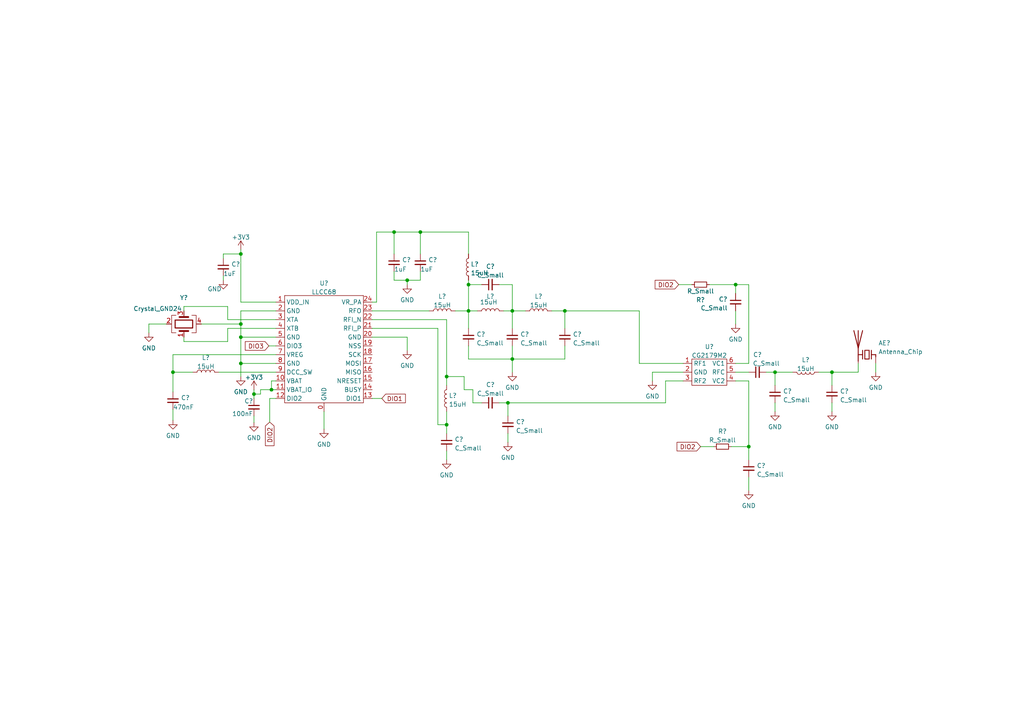
<source format=kicad_sch>
(kicad_sch (version 20211123) (generator eeschema)
  (paper "A4")
  (lib_symbols
    (symbol "Device:Antenna_Chip" (pin_numbers hide) (pin_names (offset 1.016) hide)
      (property "Reference" "AE" (at 0 5.08 0))
      (property "Value" "Antenna_Chip" (at 0 3.175 0))
      (symbol "Antenna_Chip_0_1"
        (polyline (pts (xy -2.54 0) (xy -2.54 -0.635)) (stroke (width 0.254)))
        (polyline (pts (xy -2.54 0) (xy -1.27 0)) (stroke (width 0.254)))
        (polyline (pts (xy 1.27 0) (xy 2.54 0)) (stroke (width 0.254)))
        (polyline (pts (xy 1.27 1.27) (xy 1.27 -1.27)) (stroke (width 0.254)))
        (polyline (pts (xy 2.54 -0.635) (xy 2.54 0)))
        (polyline (pts (xy 2.54 6.985) (xy 2.54 -1.905)) (stroke (width 0.254)))
        (polyline (pts (xy -1.27 1.27) (xy -1.27 -1.27) (xy -1.27 0)) (stroke (width 0.254)))
        (polyline (pts (xy 3.81 6.985) (xy 2.54 1.905) (xy 1.27 6.985)) (stroke (width 0.254)))
        (polyline (pts (xy -0.635 1.27) (xy 0.635 1.27) (xy 0.635 -1.27) (xy -0.635 -1.27) (xy -0.635 1.27)) (stroke (width 0.254)))
      )
      (symbol "Antenna_Chip_1_1"
        (pin input line (at -2.54 -2.54 90) (length 2.54) (name "FEED") (number "1"))
        (pin passive line (at 2.54 -2.54 90) (length 2.54) (name "PCB_Trace") (number "2"))
      )
    )
    (symbol "Device:C_Small" (pin_numbers hide) (pin_names (offset 0.254) hide)
      (property "Reference" "C" (at 0.254 1.778 0))
      (property "Value" "C_Small" (at 0.254 -2.032 0))
      (symbol "C_Small_0_1"
        (polyline (pts (xy -1.524 -0.508) (xy 1.524 -0.508)) (stroke (width 0.3302)))
        (polyline (pts (xy -1.524 0.508) (xy 1.524 0.508)) (stroke (width 0.3048)))
      )
      (symbol "C_Small_1_1"
        (pin passive line (at 0 2.54 270) (length 2.032) (name "~") (number "1"))
        (pin passive line (at 0 -2.54 90) (length 2.032) (name "~") (number "2"))
      )
    )
    (symbol "Device:Crystal_GND24" (pin_names (offset 1.016) hide)
      (property "Reference" "Y" (at 3.175 5.08 0))
      (property "Value" "Crystal_GND24" (at 3.175 3.175 0))
      (symbol "Crystal_GND24_0_1"
        (rectangle (start -1.143 2.54) (end 1.143 -2.54) (stroke (width 0.3048)))
        (polyline (pts (xy -2.54 0) (xy -2.032 0)))
        (polyline (pts (xy -2.032 -1.27) (xy -2.032 1.27)) (stroke (width 0.508)))
        (polyline (pts (xy 0 -3.81) (xy 0 -3.556)))
        (polyline (pts (xy 0 3.556) (xy 0 3.81)))
        (polyline (pts (xy 2.032 -1.27) (xy 2.032 1.27)) (stroke (width 0.508)))
        (polyline (pts (xy 2.032 0) (xy 2.54 0)))
        (polyline (pts (xy -2.54 -2.286) (xy -2.54 -3.556) (xy 2.54 -3.556) (xy 2.54 -2.286)))
        (polyline (pts (xy -2.54 2.286) (xy -2.54 3.556) (xy 2.54 3.556) (xy 2.54 2.286)))
      )
      (symbol "Crystal_GND24_1_1"
        (pin passive line (at -3.81 0 0) (length 1.27) (name "1") (number "1"))
        (pin passive line (at 0 5.08 270) (length 1.27) (name "2") (number "2"))
        (pin passive line (at 3.81 0 180) (length 1.27) (name "3") (number "3"))
        (pin passive line (at 0 -5.08 90) (length 1.27) (name "4") (number "4"))
      )
    )
    (symbol "Device:L" (pin_numbers hide) (pin_names (offset 1.016) hide)
      (property "Reference" "L" (at -1.27 0 90))
      (property "Value" "L" (at 1.905 0 90))
      (symbol "L_0_1"
        (arc (start 0 -2.54) (mid 0.635 -1.905) (end 0 -1.27))
        (arc (start 0 -1.27) (mid 0.635 -0.635) (end 0 0))
        (arc (start 0 0) (mid 0.635 0.635) (end 0 1.27))
        (arc (start 0 1.27) (mid 0.635 1.905) (end 0 2.54))
      )
      (symbol "L_1_1"
        (pin passive line (at 0 3.81 270) (length 1.27) (name "1") (number "1"))
        (pin passive line (at 0 -3.81 90) (length 1.27) (name "2") (number "2"))
      )
    )
    (symbol "Device:R_Small" (pin_numbers hide) (pin_names (offset 0.254) hide)
      (property "Reference" "R" (at 0.762 0.508 0))
      (property "Value" "R_Small" (at 0.762 -1.016 0))
      (symbol "R_Small_0_1"
        (rectangle (start -0.762 1.778) (end 0.762 -1.778) (stroke (width 0.2032)))
      )
      (symbol "R_Small_1_1"
        (pin passive line (at 0 2.54 270) (length 0.762) (name "~") (number "1"))
        (pin passive line (at 0 -2.54 90) (length 0.762) (name "~") (number "2"))
      )
    )
    (symbol "LLCC68:CG2179M2"
      (property "Reference" "U" (at 0 -5.08 0))
      (property "Value" "CG2179M2" (at 0 5.08 0))
      (symbol "CG2179M2_0_0"
        (pin unspecified line (at -7.62 2.54 0) (length 2.54) (name "RF1") (number "1"))
        (pin unspecified line (at -7.62 0 0) (length 2.54) (name "GND") (number "2"))
        (pin unspecified line (at -7.62 -2.54 0) (length 2.54) (name "RF2") (number "3"))
        (pin unspecified line (at 7.62 -2.54 180) (length 2.54) (name "VC2") (number "4"))
        (pin unspecified line (at 7.62 0 180) (length 2.54) (name "RFC") (number "5"))
        (pin unspecified line (at 7.62 2.54 180) (length 2.54) (name "VC1") (number "6"))
      )
      (symbol "CG2179M2_0_1"
        (polyline (pts (xy -5.08 3.81) (xy -5.08 -3.81) (xy 5.08 -3.81) (xy 5.08 3.81) (xy -5.08 3.81)))
      )
    )
    (symbol "LLCC68:LLCC68"
      (property "Reference" "U" (at -1.905 -17.78 0))
      (property "Value" "LLCC68" (at 0 16.51 0))
      (symbol "LLCC68_0_0"
        (pin unspecified line (at 1.27 -19.05 90) (length 2.54) (name "GND") (number "0"))
        (pin unspecified line (at -12.7 12.7 0) (length 2.54) (name "VDD_IN") (number "1"))
        (pin unspecified line (at -12.7 -10.16 0) (length 2.54) (name "VBAT") (number "10"))
        (pin unspecified line (at -12.7 -12.7 0) (length 2.54) (name "VBAT_IO") (number "11"))
        (pin unspecified line (at -12.7 -15.24 0) (length 2.54) (name "DIO2") (number "12"))
        (pin unspecified line (at 15.24 -15.24 180) (length 2.54) (name "DIO1") (number "13"))
        (pin unspecified line (at 15.24 -12.7 180) (length 2.54) (name "BUSY") (number "14"))
        (pin unspecified line (at 15.24 -10.16 180) (length 2.54) (name "NRESET") (number "15"))
        (pin unspecified line (at 15.24 -7.62 180) (length 2.54) (name "MISO") (number "16"))
        (pin unspecified line (at 15.24 -5.08 180) (length 2.54) (name "MOSI") (number "17"))
        (pin unspecified line (at 15.24 -2.54 180) (length 2.54) (name "SCK") (number "18"))
        (pin unspecified line (at 15.24 0 180) (length 2.54) (name "NSS") (number "19"))
        (pin unspecified line (at -12.7 10.16 0) (length 2.54) (name "GND") (number "2"))
        (pin unspecified line (at 15.24 2.54 180) (length 2.54) (name "GND") (number "20"))
        (pin unspecified line (at 15.24 5.08 180) (length 2.54) (name "RFI_P") (number "21"))
        (pin unspecified line (at 15.24 7.62 180) (length 2.54) (name "RFI_N") (number "22"))
        (pin unspecified line (at 15.24 10.16 180) (length 2.54) (name "RFO") (number "23"))
        (pin unspecified line (at 15.24 12.7 180) (length 2.54) (name "VR_PA") (number "24"))
        (pin unspecified line (at -12.7 7.62 0) (length 2.54) (name "XTA") (number "3"))
        (pin unspecified line (at -12.7 5.08 0) (length 2.54) (name "XTB") (number "4"))
        (pin unspecified line (at -12.7 2.54 0) (length 2.54) (name "GND") (number "5"))
        (pin unspecified line (at -12.7 0 0) (length 2.54) (name "DIO3") (number "6"))
        (pin unspecified line (at -12.7 -2.54 0) (length 2.54) (name "VREG") (number "7"))
        (pin unspecified line (at -12.7 -5.08 0) (length 2.54) (name "GND") (number "8"))
        (pin unspecified line (at -12.7 -7.62 0) (length 2.54) (name "DCC_SW") (number "9"))
      )
      (symbol "LLCC68_0_1"
        (polyline (pts (xy 12.7 14.605) (xy -10.16 14.605) (xy -10.16 14.605)))
        (polyline (pts (xy -10.16 14.605) (xy -10.16 -16.51) (xy 12.7 -16.51) (xy 12.7 14.605)))
      )
    )
    (symbol "power:+3V3" (power) (pin_names (offset 0))
      (property "Value" "+3V3" (at 0 3.556 0))
      (symbol "+3V3_0_1"
        (polyline (pts (xy -0.762 1.27) (xy 0 2.54)))
        (polyline (pts (xy 0 0) (xy 0 2.54)))
        (polyline (pts (xy 0 2.54) (xy 0.762 1.27)))
      )
      (symbol "+3V3_1_1"
        (pin power_in line (at 0 0 90) (length 0) hide (name "+3V3") (number "1"))
      )
    )
    (symbol "power:GND" (power) (pin_names (offset 0))
      (property "Value" "GND" (at 0 -3.81 0))
      (symbol "GND_0_1"
        (polyline (pts (xy 0 0) (xy 0 -1.27) (xy 1.27 -1.27) (xy 0 -2.54) (xy -1.27 -1.27) (xy 0 -1.27)))
      )
      (symbol "GND_1_1"
        (pin power_in line (at 0 0 270) (length 0) hide (name "GND") (number "1"))
      )
    )
  )
  (junction (at 163.83 90.17))
  (junction (at 129.54 123.19))
  (junction (at 69.85 105.41))
  (junction (at 148.59 104.14))
  (junction (at 69.85 93.98))
  (junction (at 241.3 107.95))
  (junction (at 50.165 107.95))
  (junction (at 69.85 73.66))
  (junction (at 118.11 81.28))
  (junction (at 217.17 129.54))
  (junction (at 135.89 82.55))
  (junction (at 73.66 114.3))
  (junction (at 213.36 82.55))
  (junction (at 135.89 90.17))
  (junction (at 224.79 107.95))
  (junction (at 78.74 113.03))
  (junction (at 147.32 116.84))
  (junction (at 148.59 90.17))
  (junction (at 129.54 109.22))
  (junction (at 114.3 67.31))
  (junction (at 69.85 97.79))
  (junction (at 121.92 67.31))
  (wire (pts (xy 127 123.19) (xy 129.54 123.19)))
  (wire (pts (xy 213.36 82.55) (xy 217.17 82.55)))
  (wire (pts (xy 146.05 90.17) (xy 148.59 90.17)))
  (wire (pts (xy 163.83 90.17) (xy 163.83 95.25)))
  (wire (pts (xy 129.54 130.81) (xy 129.54 133.35)))
  (wire (pts (xy 248.92 107.95) (xy 248.92 105.41)))
  (wire (pts (xy 118.11 97.79) (xy 118.11 101.6)))
  (wire (pts (xy 144.78 116.84) (xy 147.32 116.84)))
  (wire (pts (xy 80.01 97.79) (xy 69.85 97.79)))
  (wire (pts (xy 160.02 90.17) (xy 163.83 90.17)))
  (wire (pts (xy 144.78 82.55) (xy 148.59 82.55)))
  (wire (pts (xy 69.85 105.41) (xy 80.01 105.41)))
  (wire (pts (xy 64.77 74.93) (xy 64.77 73.66)))
  (wire (pts (xy 224.79 107.95) (xy 229.87 107.95)))
  (wire (pts (xy 69.85 72.39) (xy 69.85 73.66)))
  (wire (pts (xy 121.92 67.31) (xy 121.92 73.66)))
  (wire (pts (xy 48.26 93.98) (xy 43.18 93.98)))
  (wire (pts (xy 77.978 100.33) (xy 80.01 100.33)))
  (wire (pts (xy 205.74 82.55) (xy 213.36 82.55)))
  (wire (pts (xy 132.08 90.17) (xy 135.89 90.17)))
  (wire (pts (xy 185.42 90.17) (xy 185.42 105.41)))
  (wire (pts (xy 64.77 80.01) (xy 64.77 81.28)))
  (wire (pts (xy 217.17 105.41) (xy 213.36 105.41)))
  (wire (pts (xy 213.36 107.95) (xy 217.17 107.95)))
  (wire (pts (xy 114.3 67.31) (xy 114.3 73.66)))
  (wire (pts (xy 222.25 107.95) (xy 224.79 107.95)))
  (wire (pts (xy 148.59 82.55) (xy 148.59 90.17)))
  (wire (pts (xy 107.95 90.17) (xy 124.46 90.17)))
  (wire (pts (xy 66.04 92.71) (xy 80.01 92.71)))
  (wire (pts (xy 147.32 116.84) (xy 147.32 120.65)))
  (wire (pts (xy 50.165 118.745) (xy 50.165 121.92)))
  (wire (pts (xy 53.34 97.79) (xy 53.34 99.06)))
  (wire (pts (xy 224.79 116.84) (xy 224.79 119.38)))
  (wire (pts (xy 66.04 99.06) (xy 53.34 99.06)))
  (wire (pts (xy 147.32 125.73) (xy 147.32 128.27)))
  (wire (pts (xy 148.59 90.17) (xy 152.4 90.17)))
  (wire (pts (xy 135.89 90.17) (xy 135.89 95.25)))
  (wire (pts (xy 58.42 93.98) (xy 69.85 93.98)))
  (wire (pts (xy 241.3 107.95) (xy 248.92 107.95)))
  (wire (pts (xy 114.3 67.31) (xy 109.22 67.31)))
  (wire (pts (xy 148.59 104.14) (xy 163.83 104.14)))
  (wire (pts (xy 193.04 110.49) (xy 198.12 110.49)))
  (wire (pts (xy 109.22 87.63) (xy 107.95 87.63)))
  (wire (pts (xy 78.232 122.428) (xy 78.232 115.57)))
  (wire (pts (xy 43.18 93.98) (xy 43.18 96.52)))
  (wire (pts (xy 78.232 115.57) (xy 80.01 115.57)))
  (wire (pts (xy 254 105.41) (xy 254 107.95)))
  (wire (pts (xy 109.22 67.31) (xy 109.22 87.63)))
  (wire (pts (xy 241.3 116.84) (xy 241.3 119.38)))
  (wire (pts (xy 217.17 110.49) (xy 213.36 110.49)))
  (wire (pts (xy 107.95 115.57) (xy 110.744 115.57)))
  (wire (pts (xy 185.42 105.41) (xy 198.12 105.41)))
  (wire (pts (xy 73.66 114.3) (xy 73.66 115.57)))
  (wire (pts (xy 137.16 116.84) (xy 139.7 116.84)))
  (wire (pts (xy 75.565 113.03) (xy 75.565 114.3)))
  (wire (pts (xy 78.74 110.49) (xy 78.74 113.03)))
  (wire (pts (xy 55.88 107.95) (xy 50.165 107.95)))
  (wire (pts (xy 69.85 105.41) (xy 69.85 109.22)))
  (wire (pts (xy 148.59 90.17) (xy 148.59 95.25)))
  (wire (pts (xy 80.01 90.17) (xy 69.85 90.17)))
  (wire (pts (xy 224.79 107.95) (xy 224.79 111.76)))
  (wire (pts (xy 73.66 113.03) (xy 73.66 114.3)))
  (wire (pts (xy 66.04 88.9) (xy 66.04 92.71)))
  (wire (pts (xy 69.85 73.66) (xy 69.85 87.63)))
  (wire (pts (xy 107.95 92.71) (xy 129.54 92.71)))
  (wire (pts (xy 129.54 123.19) (xy 129.54 125.73)))
  (wire (pts (xy 135.89 104.14) (xy 148.59 104.14)))
  (wire (pts (xy 93.98 119.38) (xy 93.98 124.46)))
  (wire (pts (xy 163.83 104.14) (xy 163.83 100.33)))
  (wire (pts (xy 148.59 100.33) (xy 148.59 104.14)))
  (wire (pts (xy 129.54 109.22) (xy 134.62 109.22)))
  (wire (pts (xy 137.16 113.03) (xy 137.16 116.84)))
  (wire (pts (xy 203.2 129.54) (xy 207.01 129.54)))
  (wire (pts (xy 53.34 90.17) (xy 53.34 88.9)))
  (wire (pts (xy 217.17 82.55) (xy 217.17 105.41)))
  (wire (pts (xy 118.11 81.28) (xy 118.11 82.55)))
  (wire (pts (xy 198.12 107.95) (xy 189.23 107.95)))
  (wire (pts (xy 189.23 107.95) (xy 189.23 110.49)))
  (wire (pts (xy 217.17 138.43) (xy 217.17 142.24)))
  (wire (pts (xy 134.62 113.03) (xy 137.16 113.03)))
  (wire (pts (xy 107.95 95.25) (xy 127 95.25)))
  (wire (pts (xy 114.3 81.28) (xy 118.11 81.28)))
  (wire (pts (xy 217.17 129.54) (xy 217.17 133.35)))
  (wire (pts (xy 241.3 107.95) (xy 241.3 111.76)))
  (wire (pts (xy 135.89 82.55) (xy 135.89 90.17)))
  (wire (pts (xy 147.32 116.84) (xy 193.04 116.84)))
  (wire (pts (xy 114.3 78.74) (xy 114.3 81.28)))
  (wire (pts (xy 118.11 81.28) (xy 121.92 81.28)))
  (wire (pts (xy 135.89 82.55) (xy 139.7 82.55)))
  (wire (pts (xy 134.62 109.22) (xy 134.62 113.03)))
  (wire (pts (xy 217.17 129.54) (xy 217.17 110.49)))
  (wire (pts (xy 148.59 104.14) (xy 148.59 107.95)))
  (wire (pts (xy 69.85 93.98) (xy 69.85 97.79)))
  (wire (pts (xy 237.49 107.95) (xy 241.3 107.95)))
  (wire (pts (xy 78.74 113.03) (xy 75.565 113.03)))
  (wire (pts (xy 212.09 129.54) (xy 217.17 129.54)))
  (wire (pts (xy 135.89 100.33) (xy 135.89 104.14)))
  (wire (pts (xy 129.54 123.19) (xy 129.54 119.38)))
  (wire (pts (xy 69.85 90.17) (xy 69.85 93.98)))
  (wire (pts (xy 121.92 67.31) (xy 114.3 67.31)))
  (wire (pts (xy 163.83 90.17) (xy 185.42 90.17)))
  (wire (pts (xy 78.74 113.03) (xy 80.01 113.03)))
  (wire (pts (xy 135.89 73.66) (xy 135.89 67.31)))
  (wire (pts (xy 75.565 114.3) (xy 73.66 114.3)))
  (wire (pts (xy 135.89 67.31) (xy 121.92 67.31)))
  (wire (pts (xy 50.165 102.87) (xy 50.165 107.95)))
  (wire (pts (xy 213.36 90.17) (xy 213.36 93.98)))
  (wire (pts (xy 121.92 78.74) (xy 121.92 81.28)))
  (wire (pts (xy 64.77 73.66) (xy 69.85 73.66)))
  (wire (pts (xy 107.95 97.79) (xy 118.11 97.79)))
  (wire (pts (xy 127 95.25) (xy 127 123.19)))
  (wire (pts (xy 66.04 95.25) (xy 66.04 99.06)))
  (wire (pts (xy 135.89 81.28) (xy 135.89 82.55)))
  (wire (pts (xy 63.5 107.95) (xy 80.01 107.95)))
  (wire (pts (xy 69.85 97.79) (xy 69.85 105.41)))
  (wire (pts (xy 129.54 92.71) (xy 129.54 109.22)))
  (wire (pts (xy 135.89 90.17) (xy 138.43 90.17)))
  (wire (pts (xy 129.54 109.22) (xy 129.54 111.76)))
  (wire (pts (xy 193.04 116.84) (xy 193.04 110.49)))
  (wire (pts (xy 196.85 82.55) (xy 200.66 82.55)))
  (wire (pts (xy 50.165 102.87) (xy 80.01 102.87)))
  (wire (pts (xy 80.01 87.63) (xy 69.85 87.63)))
  (wire (pts (xy 73.66 120.65) (xy 73.66 122.555)))
  (wire (pts (xy 78.74 110.49) (xy 80.01 110.49)))
  (wire (pts (xy 50.165 107.95) (xy 50.165 113.665)))
  (wire (pts (xy 80.01 95.25) (xy 66.04 95.25)))
  (wire (pts (xy 53.34 88.9) (xy 66.04 88.9)))
  (wire (pts (xy 213.36 82.55) (xy 213.36 85.09)))
  (global_label "DIO2" (shape input) (at 203.2 129.54 180) (property "Intersheet References" "${INTERSHEET_REFS}" (effects hide)))
  (global_label "DIO2" (shape input) (at 196.85 82.55 180) (property "Intersheet References" "${INTERSHEET_REFS}" (effects hide)))
  (global_label "DIO2" (shape input) (at 78.232 122.428 270) (property "Intersheet References" "${INTERSHEET_REFS}" (effects hide)))
  (global_label "DIO3" (shape input) (at 77.978 100.33 180) (property "Intersheet References" "${INTERSHEET_REFS}" (effects hide)))
  (global_label "DIO1" (shape input) (at 110.744 115.57 0) (property "Intersheet References" "${INTERSHEET_REFS}" (effects hide)))
  (symbol (lib_id "Device:C_Small") (at 142.24 82.55 90) (unit 1)
    (property "Reference" "C?" (at 142.2463 77.2881 90))
    (property "Value" "C_Small" (at 142.2463 79.825 90))
  )
  (symbol (lib_id "power:GND") (at 213.36 93.98 0) (mirror y) (unit 1)
    (property "Reference" "#PWR?" (effects hide))
    (property "Value" "GND" (at 213.36 98.4234 0))
  )
  (symbol (lib_id "Device:C_Small") (at 121.92 76.2 0) (unit 1)
    (property "Reference" "C?" (at 124.2441 75.3716 0) (effects (justify left)))
    (property "Value" "1uF" (at 121.92 78.105 0) (effects (justify left)))
  )
  (symbol (lib_id "Device:C_Small") (at 64.77 77.47 0) (unit 1)
    (property "Reference" "C?" (at 67.0941 76.6416 0) (effects (justify left)))
    (property "Value" "1uF" (at 64.77 79.375 0) (effects (justify left)))
  )
  (symbol (lib_id "Device:C_Small") (at 217.17 135.89 0) (unit 1)
    (property "Reference" "C?" (at 219.4941 135.0616 0) (effects (justify left)))
    (property "Value" "C_Small" (at 219.4941 137.5985 0) (effects (justify left)))
  )
  (symbol (lib_id "power:GND") (at 118.11 82.55 0) (unit 1)
    (property "Reference" "#PWR?" (effects hide))
    (property "Value" "GND" (at 118.11 86.9934 0))
  )
  (symbol (lib_id "power:GND") (at 129.54 133.35 0) (unit 1)
    (property "Reference" "#PWR?" (effects hide))
    (property "Value" "GND" (at 129.54 137.7934 0))
  )
  (symbol (lib_id "Device:C_Small") (at 114.3 76.2 0) (unit 1)
    (property "Reference" "C?" (at 116.6241 75.3716 0) (effects (justify left)))
    (property "Value" "1uF" (at 114.3 78.105 0) (effects (justify left)))
  )
  (symbol (lib_id "Device:C_Small") (at 135.89 97.79 0) (unit 1)
    (property "Reference" "C?" (at 138.2141 96.9616 0) (effects (justify left)))
    (property "Value" "C_Small" (at 138.2141 99.4985 0) (effects (justify left)))
  )
  (symbol (lib_id "Device:L") (at 129.54 115.57 180) (unit 1)
    (property "Reference" "L?" (at 130.175 114.7353 0) (effects (justify right)))
    (property "Value" "15uH" (at 130.175 117.2722 0) (effects (justify right)))
  )
  (symbol (lib_id "Device:C_Small") (at 213.36 87.63 0) (mirror y) (unit 1)
    (property "Reference" "C?" (at 211.0359 86.8016 0) (effects (justify left)))
    (property "Value" "C_Small" (at 211.0359 89.3385 0) (effects (justify left)))
  )
  (symbol (lib_id "Device:R_Small") (at 203.2 82.55 90) (mirror x) (unit 1)
    (property "Reference" "R?" (at 203.2 86.9864 90))
    (property "Value" "R_Small" (at 203.2 84.4495 90))
  )
  (symbol (lib_id "Device:C_Small") (at 148.59 97.79 0) (unit 1)
    (property "Reference" "C?" (at 150.9141 96.9616 0) (effects (justify left)))
    (property "Value" "C_Small" (at 150.9141 99.4985 0) (effects (justify left)))
  )
  (symbol (lib_id "power:GND") (at 64.77 81.28 0) (unit 1)
    (property "Reference" "#PWR?" (effects hide))
    (property "Value" "GND" (at 62.23 83.82 0))
  )
  (symbol (lib_id "Device:C_Small") (at 142.24 116.84 90) (unit 1)
    (property "Reference" "C?" (at 142.2463 111.5781 90))
    (property "Value" "C_Small" (at 142.2463 114.115 90))
  )
  (symbol (lib_id "Device:L") (at 128.27 90.17 90) (unit 1)
    (property "Reference" "L?" (at 128.27 85.9622 90))
    (property "Value" "15uH" (at 128.27 88.4991 90))
  )
  (symbol (lib_id "Device:C_Small") (at 224.79 114.3 0) (unit 1)
    (property "Reference" "C?" (at 227.1141 113.4716 0) (effects (justify left)))
    (property "Value" "C_Small" (at 227.1141 116.0085 0) (effects (justify left)))
  )
  (symbol (lib_id "LLCC68:LLCC68") (at 92.71 100.33 0) (unit 1)
    (property "Reference" "U?" (at 93.98 82.1522 0))
    (property "Value" "LLCC68" (at 93.98 84.6891 0))
  )
  (symbol (lib_id "Device:C_Small") (at 73.66 118.11 0) (unit 1)
    (property "Reference" "C?" (at 70.866 116.332 0) (effects (justify left)))
    (property "Value" "100nF" (at 67.31 120.015 0) (effects (justify left)))
  )
  (symbol (lib_id "Device:C_Small") (at 241.3 114.3 0) (unit 1)
    (property "Reference" "C?" (at 243.6241 113.4716 0) (effects (justify left)))
    (property "Value" "C_Small" (at 243.6241 116.0085 0) (effects (justify left)))
  )
  (symbol (lib_id "power:GND") (at 189.23 110.49 0) (unit 1)
    (property "Reference" "#PWR?" (effects hide))
    (property "Value" "GND" (at 189.23 114.9334 0))
  )
  (symbol (lib_id "Device:Crystal_GND24") (at 53.34 93.98 90) (unit 1)
    (property "Reference" "Y?" (at 53.34 86.36 90))
    (property "Value" "Crystal_GND24" (at 45.72 89.535 90))
  )
  (symbol (lib_id "power:GND") (at 118.11 101.6 0) (unit 1)
    (property "Reference" "#PWR?" (effects hide))
    (property "Value" "GND" (at 118.11 106.0434 0))
  )
  (symbol (lib_id "power:GND") (at 148.59 107.95 0) (unit 1)
    (property "Reference" "#PWR?" (effects hide))
    (property "Value" "GND" (at 148.59 112.3934 0))
  )
  (symbol (lib_id "LLCC68:CG2179M2") (at 205.74 107.95 0) (unit 1)
    (property "Reference" "U?" (at 205.74 100.5672 0))
    (property "Value" "CG2179M2" (at 205.74 103.1041 0))
  )
  (symbol (lib_id "power:GND") (at 93.98 124.46 0) (unit 1)
    (property "Reference" "#PWR?" (effects hide))
    (property "Value" "GND" (at 93.98 128.9034 0))
  )
  (symbol (lib_id "power:GND") (at 254 107.95 0) (unit 1)
    (property "Reference" "#PWR?" (effects hide))
    (property "Value" "GND" (at 254 112.3934 0))
  )
  (symbol (lib_id "Device:L") (at 59.69 107.95 90) (unit 1)
    (property "Reference" "L?" (at 59.69 103.7422 90))
    (property "Value" "15uH" (at 59.69 106.2791 90))
  )
  (symbol (lib_id "power:GND") (at 73.66 122.555 0) (unit 1)
    (property "Reference" "#PWR?" (effects hide))
    (property "Value" "GND" (at 73.66 126.9984 0))
  )
  (symbol (lib_id "Device:C_Small") (at 219.71 107.95 90) (unit 1)
    (property "Reference" "C?" (at 219.71 102.87 90))
    (property "Value" "C_Small" (at 222.25 105.41 90))
  )
  (symbol (lib_id "power:GND") (at 50.165 121.92 0) (unit 1)
    (property "Reference" "#PWR?" (effects hide))
    (property "Value" "GND" (at 50.165 126.3634 0))
  )
  (symbol (lib_id "Device:C_Small") (at 50.165 116.205 0) (unit 1)
    (property "Reference" "C?" (at 52.4891 115.3766 0) (effects (justify left)))
    (property "Value" "470nF" (at 50.165 118.11 0) (effects (justify left)))
  )
  (symbol (lib_id "Device:R_Small") (at 209.55 129.54 90) (unit 1)
    (property "Reference" "R?" (at 209.55 125.1036 90))
    (property "Value" "R_Small" (at 209.55 127.6405 90))
  )
  (symbol (lib_id "power:GND") (at 224.79 119.38 0) (unit 1)
    (property "Reference" "#PWR?" (effects hide))
    (property "Value" "GND" (at 224.79 123.8234 0))
  )
  (symbol (lib_id "Device:L") (at 142.24 90.17 90) (unit 1)
    (property "Reference" "L?" (at 142.24 85.9622 90))
    (property "Value" "15uH" (at 141.732 87.63 90))
  )
  (symbol (lib_id "Device:Antenna_Chip") (at 251.46 102.87 0) (mirror y) (unit 1)
    (property "Reference" "AE?" (at 254.762 99.4953 0) (effects (justify right)))
    (property "Value" "Antenna_Chip" (at 254.762 102.0322 0) (effects (justify right)))
  )
  (symbol (lib_id "power:GND") (at 69.85 109.22 0) (unit 1)
    (property "Reference" "#PWR?" (effects hide))
    (property "Value" "GND" (at 69.85 113.6634 0))
  )
  (symbol (lib_id "Device:L") (at 135.89 77.47 180) (unit 1)
    (property "Reference" "L?" (at 136.525 76.6353 0) (effects (justify right)))
    (property "Value" "15uH" (at 136.525 79.1722 0) (effects (justify right)))
  )
  (symbol (lib_id "power:+3V3") (at 73.66 113.03 0) (unit 1)
    (property "Reference" "#PWR?" (effects hide))
    (property "Value" "+3V3" (at 73.66 109.4542 0))
  )
  (symbol (lib_id "power:GND") (at 43.18 96.52 0) (unit 1)
    (property "Reference" "#PWR?" (effects hide))
    (property "Value" "GND" (at 43.18 100.9634 0))
  )
  (symbol (lib_id "Device:C_Small") (at 147.32 123.19 0) (unit 1)
    (property "Reference" "C?" (at 149.6441 122.3616 0) (effects (justify left)))
    (property "Value" "C_Small" (at 149.6441 124.8985 0) (effects (justify left)))
  )
  (symbol (lib_id "Device:L") (at 156.21 90.17 90) (unit 1)
    (property "Reference" "L?" (at 156.21 85.9622 90))
    (property "Value" "15uH" (at 156.21 88.4991 90))
  )
  (symbol (lib_id "power:GND") (at 147.32 128.27 0) (unit 1)
    (property "Reference" "#PWR?" (effects hide))
    (property "Value" "GND" (at 147.32 132.7134 0))
  )
  (symbol (lib_id "power:+3V3") (at 69.85 72.39 0) (unit 1)
    (property "Reference" "#PWR?" (effects hide))
    (property "Value" "+3V3" (at 69.85 68.8142 0))
  )
  (symbol (lib_id "Device:C_Small") (at 163.83 97.79 0) (unit 1)
    (property "Reference" "C?" (at 166.1541 96.9616 0) (effects (justify left)))
    (property "Value" "C_Small" (at 166.1541 99.4985 0) (effects (justify left)))
  )
  (symbol (lib_id "Device:L") (at 233.68 107.95 270) (unit 1)
    (property "Reference" "L?" (at 233.68 104.3772 90))
    (property "Value" "15uH" (at 233.68 106.9141 90))
  )
  (symbol (lib_id "Device:C_Small") (at 129.54 128.27 0) (unit 1)
    (property "Reference" "C?" (at 131.8641 127.4416 0) (effects (justify left)))
    (property "Value" "C_Small" (at 131.8641 129.9785 0) (effects (justify left)))
  )
  (symbol (lib_id "power:GND") (at 241.3 119.38 0) (unit 1)
    (property "Reference" "#PWR?" (effects hide))
    (property "Value" "GND" (at 241.3 123.8234 0))
  )
  (symbol (lib_id "power:GND") (at 217.17 142.24 0) (unit 1)
    (property "Reference" "#PWR?" (effects hide))
    (property "Value" "GND" (at 217.17 146.6834 0))
  )
)
</source>
